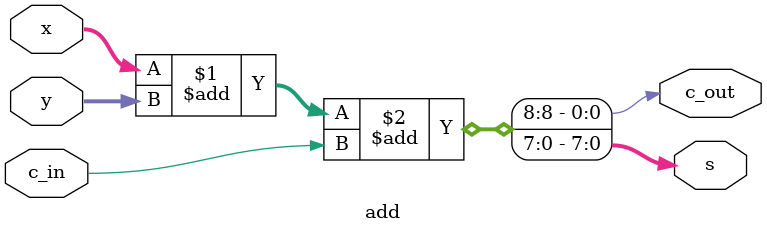
<source format=v>
module ABC (
	clock, reset_,
	rfd_x, dav_x, x, // produttore x
	rfd_y, dav_y, y, // produttore y
	out);

	input clock, reset_;

	output rfd_x, rfd_y;
	reg RFD;
	assign rfd_x = RFD;
	assign rfd_y = RFD;

	input dav_x, dav_y;
	
	input[7:0] x, y;
	
	output out;
	reg OUTR;
	assign out = OUTR;

	reg[7:0] COUNT;
	
	wire[7:0] z7_z0;

	max m (
		x, y,
		z7_z0
	);

	reg[1:0] STAR;
	localparam
		s0 = 2'B00,
		s1 = 2'B01,
		s2 = 2'B10;

	always @(reset_ == 0) #1 begin
		RFD <= 1;
		OUTR <= 0;
		STAR <= s0;
	end

	always @(posedge clock) if(reset_ == 1) #3 begin
		casex(STAR)
			s0 : begin
				RFD <= 1;
				OUTR <= 0;
				COUNT <= z7_z0;
				STAR <= (dav_x == 0 && dav_y == 0) ? s1 : s0;
			end
			s1 : begin
				RFD <= 0;
				STAR <= (dav_x == 1 && dav_y == 1) ? s2 : s1;
			end
			s2 : begin
				OUTR <= 1;
				COUNT <= COUNT - 1;
				STAR <= (COUNT == 1) ? s0 : s2;
			end
		endcase
	end
endmodule

module max(x, y, z7_z0);
	input[7:0] x, y;
	output[7:0] z7_z0;
	
	wire less;

	cmp c (
		.x(x), .y(y),
		.less(less)
	);

	assign z7_z0 = less ? y : x;
		
endmodule

module cmp ( 
    x, y,
    eq, less);
	input[7:0] x, y;
	
	output eq, less;

	wire[7:0] d;
	wire b_out;

	sub s (
		x, y, 1'B0,
		d, b_out
	);

	assign eq = ~b_out & (d == 8'B0);
	assign less = b_out;
endmodule

module sub ( 
    x, y, b_in,
    d, b_out);

    input[7:0] x, y;
    input b_in;

    output[7:0] d;
    output b_out;

		wire c_out;
		assign b_out = ~c_out;

		add a (
			x, ~y, ~b_in,
			d, c_out
		);

endmodule

module add ( 
    x, y, c_in,
    s, c_out);

    input[7:0] x, y;
    input c_in;

    output[7:0] s;
    output c_out;

    assign #1 {c_out, s} = x + y + c_in;
endmodule

</source>
